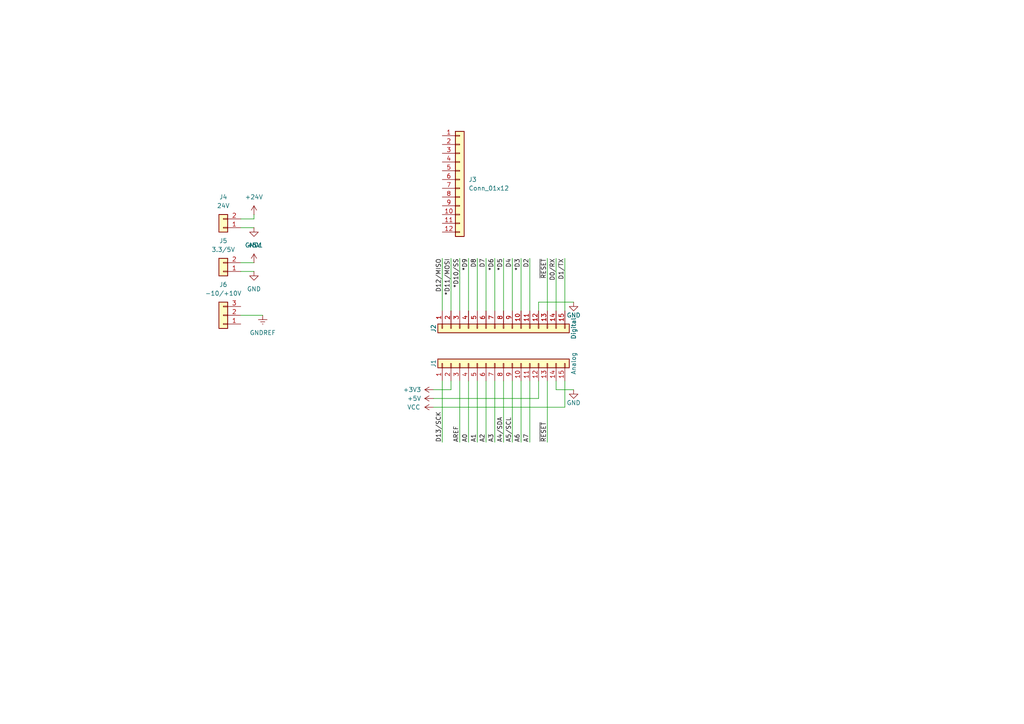
<source format=kicad_sch>
(kicad_sch (version 20231120) (generator "eeschema") (generator_version "8.0")
  (paper "A4")
  (lib_symbols
    (symbol "+5V_1" (power) (pin_numbers hide) (pin_names (offset 0) hide)
      (property "Value" "+5V" (at 0 3.556 0))
      (symbol "+5V_1_0_1"
        (polyline (pts (xy -0.762 1.27) (xy 0 2.54)))
        (polyline (pts (xy 0 0) (xy 0 2.54)))
        (polyline (pts (xy 0 2.54) (xy 0.762 1.27)))
      )
      (symbol "+5V_1_1_1"
        (pin power_in line (at 0 0 90) (length 0) (name "~") (number "1"))
      )
    )
    (symbol "Connector_Generic:Conn_01x02" (pin_names (offset 1.016) hide)
      (property "Reference" "J" (at 0 2.54 0))
      (property "Value" "Conn_01x02" (at 0 -5.08 0))
      (symbol "Conn_01x02_1_1"
        (rectangle (start -1.27 -2.413) (end 0 -2.667) (stroke (width 0.1524)))
        (rectangle (start -1.27 0.127) (end 0 -0.127) (stroke (width 0.1524)))
        (rectangle (start -1.27 1.27) (end 1.27 -3.81) (stroke (width 0.254)) (fill (type background)))
        (pin passive line (at -5.08 0 0) (length 3.81) (name "Pin_1") (number "1"))
        (pin passive line (at -5.08 -2.54 0) (length 3.81) (name "Pin_2") (number "2"))
      )
    )
    (symbol "Connector_Generic:Conn_01x03" (pin_names (offset 1.016) hide)
      (property "Reference" "J" (at 0 5.08 0))
      (property "Value" "Conn_01x03" (at 0 -5.08 0))
      (symbol "Conn_01x03_1_1"
        (rectangle (start -1.27 -2.413) (end 0 -2.667) (stroke (width 0.1524)))
        (rectangle (start -1.27 0.127) (end 0 -0.127) (stroke (width 0.1524)))
        (rectangle (start -1.27 2.667) (end 0 2.413) (stroke (width 0.1524)))
        (rectangle (start -1.27 3.81) (end 1.27 -3.81) (stroke (width 0.254)) (fill (type background)))
        (pin passive line (at -5.08 2.54 0) (length 3.81) (name "Pin_1") (number "1"))
        (pin passive line (at -5.08 0 0) (length 3.81) (name "Pin_2") (number "2"))
        (pin passive line (at -5.08 -2.54 0) (length 3.81) (name "Pin_3") (number "3"))
      )
    )
    (symbol "Connector_Generic:Conn_01x12" (pin_names (offset 1.016) hide)
      (property "Reference" "J" (at 0 15.24 0))
      (property "Value" "Conn_01x12" (at 0 -17.78 0))
      (symbol "Conn_01x12_1_1"
        (rectangle (start -1.27 -15.113) (end 0 -15.367) (stroke (width 0.1524)))
        (rectangle (start -1.27 -12.573) (end 0 -12.827) (stroke (width 0.1524)))
        (rectangle (start -1.27 -10.033) (end 0 -10.287) (stroke (width 0.1524)))
        (rectangle (start -1.27 -7.493) (end 0 -7.747) (stroke (width 0.1524)))
        (rectangle (start -1.27 -4.953) (end 0 -5.207) (stroke (width 0.1524)))
        (rectangle (start -1.27 -2.413) (end 0 -2.667) (stroke (width 0.1524)))
        (rectangle (start -1.27 0.127) (end 0 -0.127) (stroke (width 0.1524)))
        (rectangle (start -1.27 2.667) (end 0 2.413) (stroke (width 0.1524)))
        (rectangle (start -1.27 5.207) (end 0 4.953) (stroke (width 0.1524)))
        (rectangle (start -1.27 7.747) (end 0 7.493) (stroke (width 0.1524)))
        (rectangle (start -1.27 10.287) (end 0 10.033) (stroke (width 0.1524)))
        (rectangle (start -1.27 12.827) (end 0 12.573) (stroke (width 0.1524)))
        (rectangle (start -1.27 13.97) (end 1.27 -16.51) (stroke (width 0.254)) (fill (type background)))
        (pin passive line (at -5.08 12.7 0) (length 3.81) (name "Pin_1") (number "1"))
        (pin passive line (at -5.08 -10.16 0) (length 3.81) (name "Pin_10") (number "10"))
        (pin passive line (at -5.08 -12.7 0) (length 3.81) (name "Pin_11") (number "11"))
        (pin passive line (at -5.08 -15.24 0) (length 3.81) (name "Pin_12") (number "12"))
        (pin passive line (at -5.08 10.16 0) (length 3.81) (name "Pin_2") (number "2"))
        (pin passive line (at -5.08 7.62 0) (length 3.81) (name "Pin_3") (number "3"))
        (pin passive line (at -5.08 5.08 0) (length 3.81) (name "Pin_4") (number "4"))
        (pin passive line (at -5.08 2.54 0) (length 3.81) (name "Pin_5") (number "5"))
        (pin passive line (at -5.08 0 0) (length 3.81) (name "Pin_6") (number "6"))
        (pin passive line (at -5.08 -2.54 0) (length 3.81) (name "Pin_7") (number "7"))
        (pin passive line (at -5.08 -5.08 0) (length 3.81) (name "Pin_8") (number "8"))
        (pin passive line (at -5.08 -7.62 0) (length 3.81) (name "Pin_9") (number "9"))
      )
    )
    (symbol "Connector_Generic:Conn_01x15" (pin_names (offset 1.016) hide)
      (property "Reference" "J" (at 0 20.32 0))
      (property "Value" "Conn_01x15" (at 0 -20.32 0))
      (symbol "Conn_01x15_1_1"
        (rectangle (start -1.27 -17.653) (end 0 -17.907) (stroke (width 0.1524)))
        (rectangle (start -1.27 -15.113) (end 0 -15.367) (stroke (width 0.1524)))
        (rectangle (start -1.27 -12.573) (end 0 -12.827) (stroke (width 0.1524)))
        (rectangle (start -1.27 -10.033) (end 0 -10.287) (stroke (width 0.1524)))
        (rectangle (start -1.27 -7.493) (end 0 -7.747) (stroke (width 0.1524)))
        (rectangle (start -1.27 -4.953) (end 0 -5.207) (stroke (width 0.1524)))
        (rectangle (start -1.27 -2.413) (end 0 -2.667) (stroke (width 0.1524)))
        (rectangle (start -1.27 0.127) (end 0 -0.127) (stroke (width 0.1524)))
        (rectangle (start -1.27 2.667) (end 0 2.413) (stroke (width 0.1524)))
        (rectangle (start -1.27 5.207) (end 0 4.953) (stroke (width 0.1524)))
        (rectangle (start -1.27 7.747) (end 0 7.493) (stroke (width 0.1524)))
        (rectangle (start -1.27 10.287) (end 0 10.033) (stroke (width 0.1524)))
        (rectangle (start -1.27 12.827) (end 0 12.573) (stroke (width 0.1524)))
        (rectangle (start -1.27 15.367) (end 0 15.113) (stroke (width 0.1524)))
        (rectangle (start -1.27 17.907) (end 0 17.653) (stroke (width 0.1524)))
        (rectangle (start -1.27 19.05) (end 1.27 -19.05) (stroke (width 0.254)) (fill (type background)))
        (pin passive line (at -5.08 17.78 0) (length 3.81) (name "Pin_1") (number "1"))
        (pin passive line (at -5.08 -5.08 0) (length 3.81) (name "Pin_10") (number "10"))
        (pin passive line (at -5.08 -7.62 0) (length 3.81) (name "Pin_11") (number "11"))
        (pin passive line (at -5.08 -10.16 0) (length 3.81) (name "Pin_12") (number "12"))
        (pin passive line (at -5.08 -12.7 0) (length 3.81) (name "Pin_13") (number "13"))
        (pin passive line (at -5.08 -15.24 0) (length 3.81) (name "Pin_14") (number "14"))
        (pin passive line (at -5.08 -17.78 0) (length 3.81) (name "Pin_15") (number "15"))
        (pin passive line (at -5.08 15.24 0) (length 3.81) (name "Pin_2") (number "2"))
        (pin passive line (at -5.08 12.7 0) (length 3.81) (name "Pin_3") (number "3"))
        (pin passive line (at -5.08 10.16 0) (length 3.81) (name "Pin_4") (number "4"))
        (pin passive line (at -5.08 7.62 0) (length 3.81) (name "Pin_5") (number "5"))
        (pin passive line (at -5.08 5.08 0) (length 3.81) (name "Pin_6") (number "6"))
        (pin passive line (at -5.08 2.54 0) (length 3.81) (name "Pin_7") (number "7"))
        (pin passive line (at -5.08 0 0) (length 3.81) (name "Pin_8") (number "8"))
        (pin passive line (at -5.08 -2.54 0) (length 3.81) (name "Pin_9") (number "9"))
      )
    )
    (symbol "GND_1" (power) (pin_numbers hide) (pin_names (offset 0) hide)
      (property "Value" "GND" (at 0 -3.81 0))
      (symbol "GND_1_0_1"
        (polyline (pts (xy 0 0) (xy 0 -1.27) (xy 1.27 -1.27) (xy 0 -2.54) (xy -1.27 -1.27) (xy 0 -1.27)))
      )
      (symbol "GND_1_1_1"
        (pin power_in line (at 0 0 270) (length 0) (name "~") (number "1"))
      )
    )
    (symbol "power:+24V" (power) (pin_numbers hide) (pin_names (offset 0) hide)
      (property "Value" "+24V" (at 0 3.556 0))
      (symbol "+24V_0_1"
        (polyline (pts (xy -0.762 1.27) (xy 0 2.54)))
        (polyline (pts (xy 0 0) (xy 0 2.54)))
        (polyline (pts (xy 0 2.54) (xy 0.762 1.27)))
      )
      (symbol "+24V_1_1"
        (pin power_in line (at 0 0 90) (length 0) (name "~") (number "1"))
      )
    )
    (symbol "power:+3.3V" (power) (pin_names (offset 0))
      (property "Value" "+3.3V" (at 0 3.556 0))
      (symbol "+3.3V_0_1"
        (polyline (pts (xy -0.762 1.27) (xy 0 2.54)))
        (polyline (pts (xy 0 0) (xy 0 2.54)))
        (polyline (pts (xy 0 2.54) (xy 0.762 1.27)))
      )
      (symbol "+3.3V_1_1"
        (pin power_in line (at 0 0 90) (length 0) hide (name "+3V3") (number "1"))
      )
    )
    (symbol "power:+5V" (power) (pin_names (offset 0))
      (property "Value" "+5V" (at 0 3.556 0))
      (symbol "+5V_0_1"
        (polyline (pts (xy -0.762 1.27) (xy 0 2.54)))
        (polyline (pts (xy 0 0) (xy 0 2.54)))
        (polyline (pts (xy 0 2.54) (xy 0.762 1.27)))
      )
      (symbol "+5V_1_1"
        (pin power_in line (at 0 0 90) (length 0) hide (name "+5V") (number "1"))
      )
    )
    (symbol "power:GND" (power) (pin_names (offset 0))
      (property "Value" "GND" (at 0 -3.81 0))
      (symbol "GND_0_1"
        (polyline (pts (xy 0 0) (xy 0 -1.27) (xy 1.27 -1.27) (xy 0 -2.54) (xy -1.27 -1.27) (xy 0 -1.27)))
      )
      (symbol "GND_1_1"
        (pin power_in line (at 0 0 270) (length 0) hide (name "GND") (number "1"))
      )
    )
    (symbol "power:GND1" (power) (pin_numbers hide) (pin_names (offset 0) hide)
      (property "Value" "GND1" (at 0 -3.81 0))
      (symbol "GND1_0_1"
        (polyline (pts (xy 0 0) (xy 0 -1.27) (xy 1.27 -1.27) (xy 0 -2.54) (xy -1.27 -1.27) (xy 0 -1.27)))
      )
      (symbol "GND1_1_1"
        (pin power_in line (at 0 0 270) (length 0) (name "~") (number "1"))
      )
    )
    (symbol "power:GNDREF" (power) (pin_numbers hide) (pin_names (offset 0) hide)
      (property "Value" "GNDREF" (at 0 -3.81 0))
      (symbol "GNDREF_0_1"
        (polyline (pts (xy -0.635 -1.905) (xy 0.635 -1.905)))
        (polyline (pts (xy -0.127 -2.54) (xy 0.127 -2.54)))
        (polyline (pts (xy 0 -1.27) (xy 0 0)))
        (polyline (pts (xy 1.27 -1.27) (xy -1.27 -1.27)))
      )
      (symbol "GNDREF_1_1"
        (pin power_in line (at 0 0 270) (length 0) (name "~") (number "1"))
      )
    )
    (symbol "power:VCC" (power) (pin_names (offset 0))
      (property "Value" "VCC" (at 0 3.81 0))
      (symbol "VCC_0_1"
        (polyline (pts (xy -0.762 1.27) (xy 0 2.54)))
        (polyline (pts (xy 0 0) (xy 0 2.54)))
        (polyline (pts (xy 0 2.54) (xy 0.762 1.27)))
      )
      (symbol "VCC_1_1"
        (pin power_in line (at 0 0 90) (length 0) hide (name "VCC") (number "1"))
      )
    )
  )
  (wire (pts (xy 130.81 110.49) (xy 130.81 113.03)))
  (wire (pts (xy 140.97 128.27) (xy 140.97 110.49)))
  (wire (pts (xy 163.83 90.17) (xy 163.83 74.93)))
  (wire (pts (xy 133.35 90.17) (xy 133.35 74.93)))
  (wire (pts (xy 161.29 110.49) (xy 161.29 113.03)))
  (wire (pts (xy 128.27 128.27) (xy 128.27 110.49)))
  (wire (pts (xy 128.27 90.17) (xy 128.27 74.93)))
  (wire (pts (xy 135.89 128.27) (xy 135.89 110.49)))
  (wire (pts (xy 130.81 90.17) (xy 130.81 74.93)))
  (wire (pts (xy 69.85 78.74) (xy 73.66 78.74)))
  (wire (pts (xy 153.67 90.17) (xy 153.67 74.93)))
  (wire (pts (xy 140.97 90.17) (xy 140.97 74.93)))
  (wire (pts (xy 156.21 87.63) (xy 166.37 87.63)))
  (wire (pts (xy 125.73 113.03) (xy 130.81 113.03)))
  (wire (pts (xy 143.51 90.17) (xy 143.51 74.93)))
  (wire (pts (xy 143.51 128.27) (xy 143.51 110.49)))
  (wire (pts (xy 146.05 128.27) (xy 146.05 110.49)))
  (wire (pts (xy 73.66 63.5) (xy 69.85 63.5)))
  (wire (pts (xy 69.85 66.04) (xy 73.66 66.04)))
  (wire (pts (xy 138.43 90.17) (xy 138.43 74.93)))
  (wire (pts (xy 125.73 118.11) (xy 163.83 118.11)))
  (wire (pts (xy 163.83 110.49) (xy 163.83 118.11)))
  (wire (pts (xy 69.85 91.44) (xy 76.2 91.44)))
  (wire (pts (xy 148.59 128.27) (xy 148.59 110.49)))
  (wire (pts (xy 153.67 128.27) (xy 153.67 110.49)))
  (wire (pts (xy 161.29 90.17) (xy 161.29 74.93)))
  (wire (pts (xy 158.75 128.27) (xy 158.75 110.49)))
  (wire (pts (xy 125.73 115.57) (xy 156.21 115.57)))
  (wire (pts (xy 151.13 90.17) (xy 151.13 74.93)))
  (wire (pts (xy 133.35 128.27) (xy 133.35 110.49)))
  (wire (pts (xy 135.89 90.17) (xy 135.89 74.93)))
  (wire (pts (xy 161.29 113.03) (xy 166.37 113.03)))
  (wire (pts (xy 156.21 110.49) (xy 156.21 115.57)))
  (wire (pts (xy 138.43 128.27) (xy 138.43 110.49)))
  (wire (pts (xy 146.05 90.17) (xy 146.05 74.93)))
  (wire (pts (xy 69.85 76.2) (xy 73.66 76.2)))
  (wire (pts (xy 158.75 90.17) (xy 158.75 74.93)))
  (wire (pts (xy 156.21 90.17) (xy 156.21 87.63)))
  (wire (pts (xy 73.66 62.23) (xy 73.66 63.5)))
  (wire (pts (xy 151.13 128.27) (xy 151.13 110.49)))
  (wire (pts (xy 148.59 90.17) (xy 148.59 74.93)))
  (label "~{RESET}" (at 158.75 74.93 270))
  (label "A4{slash}SDA" (at 146.05 128.27 90))
  (label "A0" (at 135.89 128.27 90))
  (label "~{RESET}" (at 158.75 128.27 90))
  (label "A2" (at 140.97 128.27 90))
  (label "A7" (at 153.67 128.27 90))
  (label "A5{slash}SCL" (at 148.59 128.27 90))
  (label "*D5" (at 146.05 74.93 270))
  (label "D2" (at 153.67 74.93 270))
  (label "A6" (at 151.13 128.27 90))
  (label "D1{slash}TX" (at 163.83 74.93 270))
  (label "*D3" (at 151.13 74.93 270))
  (label "D12{slash}MISO" (at 128.27 74.93 270))
  (label "D7" (at 140.97 74.93 270))
  (label "*D9" (at 135.89 74.93 270))
  (label "D8" (at 138.43 74.93 270))
  (label "*D11{slash}MOSI" (at 130.81 74.93 270))
  (label "D0{slash}RX" (at 161.29 74.93 270))
  (label "D4" (at 148.59 74.93 270))
  (label "AREF" (at 133.35 128.27 90))
  (label "A1" (at 138.43 128.27 90))
  (label "*D6" (at 143.51 74.93 270))
  (label "*D10{slash}SS" (at 133.35 74.93 270))
  (label "A3" (at 143.51 128.27 90))
  (label "D13{slash}SCK" (at 128.27 128.27 90))
  (symbol (lib_id "power:GNDREF") (at 76.2 91.44 0) (unit 1)
    (property "Reference" "#PWR08" (effects (hide yes)))
    (property "Value" "GNDREF" (at 76.2 96.52 0))
    (property "Description" "Power symbol creates a global label with name \"GNDREF\" , reference supply ground" (effects (hide yes)))
  )
  (symbol (lib_id "Connector_Generic:Conn_01x02") (at 64.77 78.74 180) (unit 1)
    (property "Reference" "J5" (at 64.77 69.85 0))
    (property "Value" "3.3/5V" (at 64.77 72.39 0))
    (property "Footprint" "TerminalBlock:TerminalBlock_MaiXu_MX126-5.0-02P_1x02_P5.00mm" (effects (hide yes)))
    (property "Description" "Generic connector, single row, 01x02, script generated (kicad-library-utils/schlib/autogen/connector/)" (effects (hide yes)))
  )
  (symbol (lib_id "power:+24V") (at 73.66 62.23 0) (unit 1)
    (property "Reference" "#PWR06" (effects (hide yes)))
    (property "Value" "+24V" (at 73.66 57.15 0))
    (property "Description" "Power symbol creates a global label with name \"+24V\"" (effects (hide yes)))
  )
  (symbol (lib_id "power:GND") (at 166.37 113.03 0) (unit 1)
    (property "Reference" "#PWR04" (effects (hide yes)))
    (property "Value" "GND" (at 166.37 116.84 0))
  )
  (symbol (lib_name "+5V_1") (lib_id "power:+5V") (at 73.66 76.2 0) (unit 1)
    (property "Reference" "#PWR010" (effects (hide yes)))
    (property "Value" "+5V" (at 73.66 71.12 0))
    (property "Description" "Power symbol creates a global label with name \"+5V\"" (effects (hide yes)))
  )
  (symbol (lib_id "Connector_Generic:Conn_01x03") (at 64.77 91.44 180) (unit 1)
    (property "Reference" "J6" (at 64.77 82.55 0))
    (property "Value" "-10/+10V" (at 64.77 85.09 0))
    (property "Footprint" "TerminalBlock:TerminalBlock_MaiXu_MX126-5.0-03P_1x03_P5.00mm" (effects (hide yes)))
    (property "Description" "Generic connector, single row, 01x03, script generated (kicad-library-utils/schlib/autogen/connector/)" (effects (hide yes)))
  )
  (symbol (lib_id "power:+3.3V") (at 125.73 113.03 90) (unit 1)
    (property "Reference" "#PWR03" (effects (hide yes)))
    (property "Value" "+3V3" (at 122.174 113.03 90) (effects (justify left)))
  )
  (symbol (lib_id "power:+5V") (at 125.73 115.57 90) (unit 1)
    (property "Reference" "#PWR02" (effects (hide yes)))
    (property "Value" "+5V" (at 122.174 115.57 90) (effects (justify left)))
  )
  (symbol (lib_id "power:VCC") (at 125.73 118.11 90) (unit 1)
    (property "Reference" "#PWR01" (effects (hide yes)))
    (property "Value" "VCC" (at 121.92 118.11 90) (effects (justify left)))
  )
  (symbol (lib_id "Connector_Generic:Conn_01x15") (at 146.05 95.25 90) (mirror x) (unit 1)
    (property "Reference" "J2" (at 125.73 95.25 0))
    (property "Value" "Digital" (at 166.37 95.25 0))
    (property "Footprint" "Connector_PinHeader_2.54mm:PinHeader_1x15_P2.54mm_Vertical" (effects (hide yes)))
  )
  (symbol (lib_id "Connector_Generic:Conn_01x12") (at 133.35 52.07 0) (unit 1)
    (property "Reference" "J3" (at 135.89 52.0699 0) (effects (justify left)))
    (property "Value" "Conn_01x12" (at 135.89 54.6099 0) (effects (justify left)))
    (property "Footprint" "Connector_PinHeader_2.54mm:PinHeader_1x12_P2.54mm_Vertical" (effects (hide yes)))
    (property "Description" "Generic connector, single row, 01x12, script generated (kicad-library-utils/schlib/autogen/connector/)" (effects (hide yes)))
  )
  (symbol (lib_id "power:GND1") (at 73.66 66.04 0) (unit 1)
    (property "Reference" "#PWR07" (effects (hide yes)))
    (property "Value" "GND1" (at 73.66 71.12 0))
    (property "Description" "Power symbol creates a global label with name \"GND1\" , ground" (effects (hide yes)))
  )
  (symbol (lib_id "power:GND") (at 166.37 87.63 0) (unit 1)
    (property "Reference" "#PWR05" (effects (hide yes)))
    (property "Value" "GND" (at 166.37 91.44 0))
  )
  (symbol (lib_id "Connector_Generic:Conn_01x02") (at 64.77 66.04 180) (unit 1)
    (property "Reference" "J4" (at 64.77 57.15 0))
    (property "Value" "24V" (at 64.77 59.69 0))
    (property "Footprint" "TerminalBlock:TerminalBlock_MaiXu_MX126-5.0-02P_1x02_P5.00mm" (effects (hide yes)))
    (property "Description" "Generic connector, single row, 01x02, script generated (kicad-library-utils/schlib/autogen/connector/)" (effects (hide yes)))
  )
  (symbol (lib_name "GND_1") (lib_id "power:GND") (at 73.66 78.74 0) (unit 1)
    (property "Reference" "#PWR09" (effects (hide yes)))
    (property "Value" "GND" (at 73.66 83.82 0))
    (property "Description" "Power symbol creates a global label with name \"GND\" , ground" (effects (hide yes)))
  )
  (symbol (lib_id "Connector_Generic:Conn_01x15") (at 146.05 105.41 90) (unit 1)
    (property "Reference" "J1" (at 125.73 105.41 0))
    (property "Value" "Analog" (at 166.37 105.41 0))
    (property "Footprint" "Connector_PinHeader_2.54mm:PinHeader_1x15_P2.54mm_Vertical" (effects (hide yes)))
  )
)
</source>
